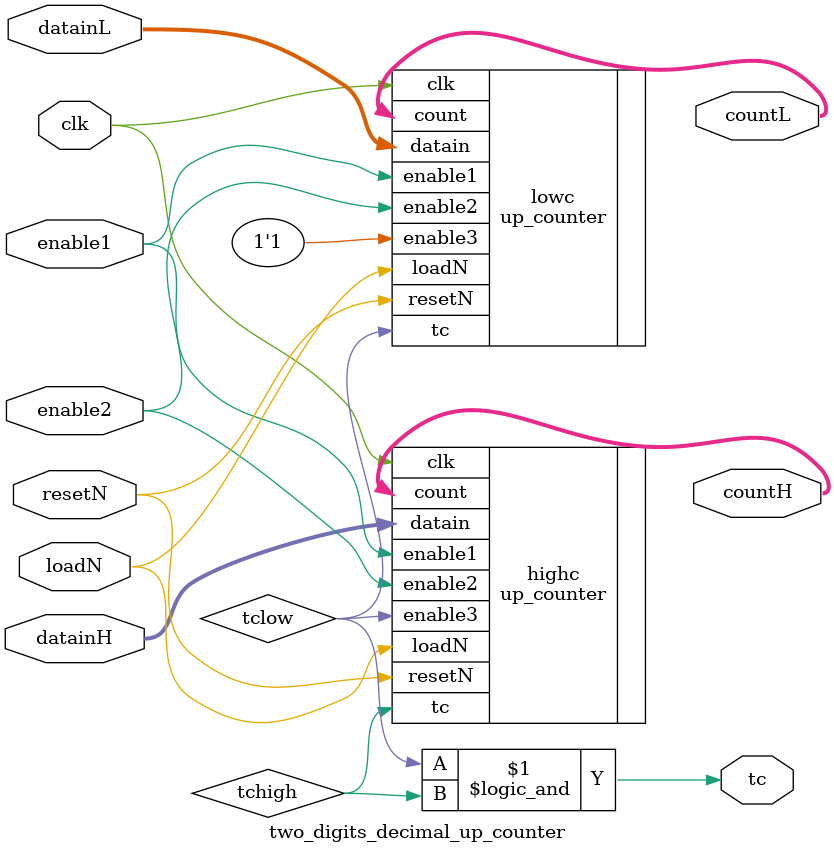
<source format=sv>



module two_digits_decimal_up_counter
	(
	input  logic clk, 
	input  logic resetN, 
	input  logic loadN, 
	input  logic enable1, 
	input  logic enable2,
	input  logic [3:0] datainL, 
	input  logic [3:0] datainH,	
	
	output logic [3:0] countL, 
	output logic [3:0] countH,
	output logic tc
   );


	logic  tclow, tchigh;// internal variables terminal count 
	
// Low counter instantiation
	up_counter lowc(.clk(clk), 
							.resetN(resetN),
							.loadN(loadN),	
							.enable1(enable1), 
							.enable2(enable2),
							.enable3(1'b1), 	
							.datain(datainL), 
							.count(countL), 
							.tc(tclow) );
	
// High counter instantiation
	up_counter highc(.clk(clk), 
							.resetN(resetN),
							.loadN(loadN),	
							.enable1(enable1), 
							.enable2(enable2),
							.enable3(tclow), 	
							.datain(datainH), 
							.count(countH), 
							.tc(tchigh) );
	
	
 
	assign tc = ( tclow && tchigh );
					
	
endmodule

</source>
